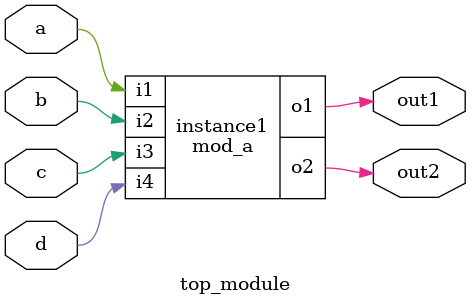
<source format=v>

module mod_a (
    output o1,
    output o2,
    input i1,
    input i2,
    input i3,
    input i4
);
    assign o1 = ~(i1 ^ i2);
    assign o2 =  (i3 ^ i4);
endmodule

module top_module (
    input a,
    input b,
    input c,
    input d,
    output out1,
    output out2
);
    mod_a instance1(out1,out2,a,b,c,d);
endmodule

</source>
